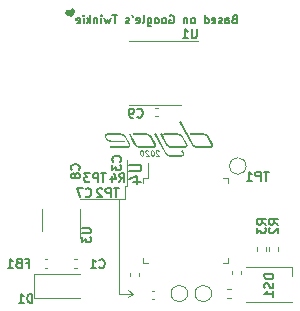
<source format=gbo>
%TF.GenerationSoftware,KiCad,Pcbnew,(5.1.7)-1*%
%TF.CreationDate,2020-11-18T22:53:05+01:00*%
%TF.ProjectId,twonkie,74776f6e-6b69-4652-9e6b-696361645f70,rev?*%
%TF.SameCoordinates,PX448d510PY20b3950*%
%TF.FileFunction,Legend,Bot*%
%TF.FilePolarity,Positive*%
%FSLAX46Y46*%
G04 Gerber Fmt 4.6, Leading zero omitted, Abs format (unit mm)*
G04 Created by KiCad (PCBNEW (5.1.7)-1) date 2020-11-18 22:53:05*
%MOMM*%
%LPD*%
G01*
G04 APERTURE LIST*
%ADD10C,0.127000*%
%ADD11C,0.114300*%
%ADD12C,0.120000*%
%ADD13C,0.100000*%
%ADD14C,0.150000*%
G04 APERTURE END LIST*
D10*
X20026085Y-1030514D02*
X19928114Y-1063171D01*
X19895457Y-1095828D01*
X19862800Y-1161142D01*
X19862800Y-1259114D01*
X19895457Y-1324428D01*
X19928114Y-1357085D01*
X19993428Y-1389742D01*
X20254685Y-1389742D01*
X20254685Y-703942D01*
X20026085Y-703942D01*
X19960771Y-736600D01*
X19928114Y-769257D01*
X19895457Y-834571D01*
X19895457Y-899885D01*
X19928114Y-965200D01*
X19960771Y-997857D01*
X20026085Y-1030514D01*
X20254685Y-1030514D01*
X19274971Y-1389742D02*
X19274971Y-1030514D01*
X19307628Y-965200D01*
X19372942Y-932542D01*
X19503571Y-932542D01*
X19568885Y-965200D01*
X19274971Y-1357085D02*
X19340285Y-1389742D01*
X19503571Y-1389742D01*
X19568885Y-1357085D01*
X19601542Y-1291771D01*
X19601542Y-1226457D01*
X19568885Y-1161142D01*
X19503571Y-1128485D01*
X19340285Y-1128485D01*
X19274971Y-1095828D01*
X18981057Y-1357085D02*
X18915742Y-1389742D01*
X18785114Y-1389742D01*
X18719800Y-1357085D01*
X18687142Y-1291771D01*
X18687142Y-1259114D01*
X18719800Y-1193800D01*
X18785114Y-1161142D01*
X18883085Y-1161142D01*
X18948400Y-1128485D01*
X18981057Y-1063171D01*
X18981057Y-1030514D01*
X18948400Y-965200D01*
X18883085Y-932542D01*
X18785114Y-932542D01*
X18719800Y-965200D01*
X18131971Y-1357085D02*
X18197285Y-1389742D01*
X18327914Y-1389742D01*
X18393228Y-1357085D01*
X18425885Y-1291771D01*
X18425885Y-1030514D01*
X18393228Y-965200D01*
X18327914Y-932542D01*
X18197285Y-932542D01*
X18131971Y-965200D01*
X18099314Y-1030514D01*
X18099314Y-1095828D01*
X18425885Y-1161142D01*
X17511485Y-1389742D02*
X17511485Y-703942D01*
X17511485Y-1357085D02*
X17576800Y-1389742D01*
X17707428Y-1389742D01*
X17772742Y-1357085D01*
X17805400Y-1324428D01*
X17838057Y-1259114D01*
X17838057Y-1063171D01*
X17805400Y-997857D01*
X17772742Y-965200D01*
X17707428Y-932542D01*
X17576800Y-932542D01*
X17511485Y-965200D01*
X16564428Y-1389742D02*
X16629742Y-1357085D01*
X16662400Y-1324428D01*
X16695057Y-1259114D01*
X16695057Y-1063171D01*
X16662400Y-997857D01*
X16629742Y-965200D01*
X16564428Y-932542D01*
X16466457Y-932542D01*
X16401142Y-965200D01*
X16368485Y-997857D01*
X16335828Y-1063171D01*
X16335828Y-1259114D01*
X16368485Y-1324428D01*
X16401142Y-1357085D01*
X16466457Y-1389742D01*
X16564428Y-1389742D01*
X16041914Y-932542D02*
X16041914Y-1389742D01*
X16041914Y-997857D02*
X16009257Y-965200D01*
X15943942Y-932542D01*
X15845971Y-932542D01*
X15780657Y-965200D01*
X15748000Y-1030514D01*
X15748000Y-1389742D01*
X14539685Y-736600D02*
X14605000Y-703942D01*
X14702971Y-703942D01*
X14800942Y-736600D01*
X14866257Y-801914D01*
X14898914Y-867228D01*
X14931571Y-997857D01*
X14931571Y-1095828D01*
X14898914Y-1226457D01*
X14866257Y-1291771D01*
X14800942Y-1357085D01*
X14702971Y-1389742D01*
X14637657Y-1389742D01*
X14539685Y-1357085D01*
X14507028Y-1324428D01*
X14507028Y-1095828D01*
X14637657Y-1095828D01*
X14115142Y-1389742D02*
X14180457Y-1357085D01*
X14213114Y-1324428D01*
X14245771Y-1259114D01*
X14245771Y-1063171D01*
X14213114Y-997857D01*
X14180457Y-965200D01*
X14115142Y-932542D01*
X14017171Y-932542D01*
X13951857Y-965200D01*
X13919200Y-997857D01*
X13886542Y-1063171D01*
X13886542Y-1259114D01*
X13919200Y-1324428D01*
X13951857Y-1357085D01*
X14017171Y-1389742D01*
X14115142Y-1389742D01*
X13494657Y-1389742D02*
X13559971Y-1357085D01*
X13592628Y-1324428D01*
X13625285Y-1259114D01*
X13625285Y-1063171D01*
X13592628Y-997857D01*
X13559971Y-965200D01*
X13494657Y-932542D01*
X13396685Y-932542D01*
X13331371Y-965200D01*
X13298714Y-997857D01*
X13266057Y-1063171D01*
X13266057Y-1259114D01*
X13298714Y-1324428D01*
X13331371Y-1357085D01*
X13396685Y-1389742D01*
X13494657Y-1389742D01*
X12678228Y-932542D02*
X12678228Y-1487714D01*
X12710885Y-1553028D01*
X12743542Y-1585685D01*
X12808857Y-1618342D01*
X12906828Y-1618342D01*
X12972142Y-1585685D01*
X12678228Y-1357085D02*
X12743542Y-1389742D01*
X12874171Y-1389742D01*
X12939485Y-1357085D01*
X12972142Y-1324428D01*
X13004800Y-1259114D01*
X13004800Y-1063171D01*
X12972142Y-997857D01*
X12939485Y-965200D01*
X12874171Y-932542D01*
X12743542Y-932542D01*
X12678228Y-965200D01*
X12253685Y-1389742D02*
X12319000Y-1357085D01*
X12351657Y-1291771D01*
X12351657Y-703942D01*
X11731171Y-1357085D02*
X11796485Y-1389742D01*
X11927114Y-1389742D01*
X11992428Y-1357085D01*
X12025085Y-1291771D01*
X12025085Y-1030514D01*
X11992428Y-965200D01*
X11927114Y-932542D01*
X11796485Y-932542D01*
X11731171Y-965200D01*
X11698514Y-1030514D01*
X11698514Y-1095828D01*
X12025085Y-1161142D01*
X11371942Y-703942D02*
X11437257Y-834571D01*
X11110685Y-1357085D02*
X11045371Y-1389742D01*
X10914742Y-1389742D01*
X10849428Y-1357085D01*
X10816771Y-1291771D01*
X10816771Y-1259114D01*
X10849428Y-1193800D01*
X10914742Y-1161142D01*
X11012714Y-1161142D01*
X11078028Y-1128485D01*
X11110685Y-1063171D01*
X11110685Y-1030514D01*
X11078028Y-965200D01*
X11012714Y-932542D01*
X10914742Y-932542D01*
X10849428Y-965200D01*
X10098314Y-703942D02*
X9706428Y-703942D01*
X9902371Y-1389742D02*
X9902371Y-703942D01*
X9543142Y-932542D02*
X9412514Y-1389742D01*
X9281885Y-1063171D01*
X9151257Y-1389742D01*
X9020628Y-932542D01*
X8759371Y-1389742D02*
X8759371Y-932542D01*
X8759371Y-703942D02*
X8792028Y-736600D01*
X8759371Y-769257D01*
X8726714Y-736600D01*
X8759371Y-703942D01*
X8759371Y-769257D01*
X8432800Y-932542D02*
X8432800Y-1389742D01*
X8432800Y-997857D02*
X8400142Y-965200D01*
X8334828Y-932542D01*
X8236857Y-932542D01*
X8171542Y-965200D01*
X8138885Y-1030514D01*
X8138885Y-1389742D01*
X7812314Y-1389742D02*
X7812314Y-703942D01*
X7747000Y-1128485D02*
X7551057Y-1389742D01*
X7551057Y-932542D02*
X7812314Y-1193800D01*
X7257142Y-1389742D02*
X7257142Y-932542D01*
X7257142Y-703942D02*
X7289800Y-736600D01*
X7257142Y-769257D01*
X7224485Y-736600D01*
X7257142Y-703942D01*
X7257142Y-769257D01*
X6669314Y-1357085D02*
X6734628Y-1389742D01*
X6865257Y-1389742D01*
X6930571Y-1357085D01*
X6963228Y-1291771D01*
X6963228Y-1030514D01*
X6930571Y-965200D01*
X6865257Y-932542D01*
X6734628Y-932542D01*
X6669314Y-965200D01*
X6636657Y-1030514D01*
X6636657Y-1095828D01*
X6963228Y-1161142D01*
D11*
X13608492Y-12175671D02*
X13583999Y-12153900D01*
X13537735Y-12132128D01*
X13428877Y-12132128D01*
X13388056Y-12153900D01*
X13369006Y-12175671D01*
X13352677Y-12219214D01*
X13358120Y-12262757D01*
X13388056Y-12328071D01*
X13681970Y-12589328D01*
X13398942Y-12589328D01*
X13058763Y-12132128D02*
X13015220Y-12132128D01*
X12974399Y-12153900D01*
X12955349Y-12175671D01*
X12939020Y-12219214D01*
X12928135Y-12306300D01*
X12941742Y-12415157D01*
X12974399Y-12502242D01*
X13001613Y-12545785D01*
X13026106Y-12567557D01*
X13072370Y-12589328D01*
X13115913Y-12589328D01*
X13156735Y-12567557D01*
X13175785Y-12545785D01*
X13192113Y-12502242D01*
X13202999Y-12415157D01*
X13189392Y-12306300D01*
X13156735Y-12219214D01*
X13129520Y-12175671D01*
X13105027Y-12153900D01*
X13058763Y-12132128D01*
X12737635Y-12175671D02*
X12713142Y-12153900D01*
X12666877Y-12132128D01*
X12558020Y-12132128D01*
X12517199Y-12153900D01*
X12498149Y-12175671D01*
X12481820Y-12219214D01*
X12487263Y-12262757D01*
X12517199Y-12328071D01*
X12811113Y-12589328D01*
X12528085Y-12589328D01*
X12187906Y-12132128D02*
X12144363Y-12132128D01*
X12103542Y-12153900D01*
X12084492Y-12175671D01*
X12068163Y-12219214D01*
X12057277Y-12306300D01*
X12070885Y-12415157D01*
X12103542Y-12502242D01*
X12130756Y-12545785D01*
X12155249Y-12567557D01*
X12201513Y-12589328D01*
X12245056Y-12589328D01*
X12285877Y-12567557D01*
X12304927Y-12545785D01*
X12321256Y-12502242D01*
X12332142Y-12415157D01*
X12318535Y-12306300D01*
X12285877Y-12219214D01*
X12258663Y-12175671D01*
X12234170Y-12153900D01*
X12187906Y-12132128D01*
D12*
X10922000Y-15113000D02*
X10922000Y-12954000D01*
X10795000Y-15113000D02*
X10922000Y-15113000D01*
X10795000Y-16256000D02*
X10795000Y-15113000D01*
X10287000Y-16256000D02*
X10795000Y-16256000D01*
X6921500Y-16256000D02*
X10287000Y-16256000D01*
X11430000Y-24257000D02*
X10985500Y-24574500D01*
X11430000Y-24257000D02*
X10985500Y-23939500D01*
X10287000Y-24257000D02*
X11430000Y-24257000D01*
X10287000Y-16256000D02*
X10287000Y-24257000D01*
%TO.C,U4*%
X19485000Y-21257500D02*
X19485000Y-21707500D01*
X19485000Y-21707500D02*
X19035000Y-21707500D01*
X19485000Y-14937500D02*
X19485000Y-14487500D01*
X19485000Y-14487500D02*
X19035000Y-14487500D01*
X12265000Y-21257500D02*
X12265000Y-21707500D01*
X12265000Y-21707500D02*
X12715000Y-21707500D01*
X12265000Y-14937500D02*
X12265000Y-14487500D01*
X12265000Y-14487500D02*
X12715000Y-14487500D01*
X12715000Y-14487500D02*
X12715000Y-13197500D01*
D13*
%TO.C,*%
G36*
X6214655Y-854656D02*
G01*
X6162848Y-826408D01*
X6095867Y-796247D01*
X6000165Y-757073D01*
X5945067Y-732814D01*
X5898296Y-709254D01*
X5832708Y-667916D01*
X5782365Y-619780D01*
X5745518Y-562739D01*
X5720420Y-494682D01*
X5709029Y-438621D01*
X5711733Y-394732D01*
X5737260Y-320384D01*
X5783295Y-261733D01*
X5819455Y-233713D01*
X5874070Y-213027D01*
X5931791Y-202942D01*
X5976524Y-210472D01*
X6042799Y-240829D01*
X6088650Y-285422D01*
X6098971Y-303804D01*
X6104103Y-273305D01*
X6123557Y-214196D01*
X6157823Y-166741D01*
X6203376Y-131845D01*
X6256695Y-110414D01*
X6314254Y-103352D01*
X6372533Y-111564D01*
X6428007Y-135957D01*
X6477154Y-177437D01*
X6511603Y-236848D01*
X6534717Y-314976D01*
X6539852Y-389371D01*
X6531242Y-439381D01*
X6513888Y-489573D01*
X6486253Y-542912D01*
X6446797Y-602366D01*
X6393984Y-670903D01*
X6345366Y-735769D01*
X6302124Y-800613D01*
X6270606Y-852956D01*
X6257165Y-880320D01*
X6250621Y-884224D01*
X6214655Y-854656D01*
G37*
%TO.C,dojoe-logo*%
G36*
X15496678Y-12676000D02*
G01*
X15521219Y-12675216D01*
X15545148Y-12672901D01*
X15568391Y-12669114D01*
X15590873Y-12663912D01*
X15612521Y-12657354D01*
X15633263Y-12649495D01*
X15653023Y-12640395D01*
X15671728Y-12630111D01*
X15689306Y-12618701D01*
X15705682Y-12606222D01*
X15720782Y-12592732D01*
X15734533Y-12578289D01*
X15746862Y-12562951D01*
X15757694Y-12546774D01*
X15766956Y-12529818D01*
X15774575Y-12512139D01*
X15780477Y-12493795D01*
X15784588Y-12474844D01*
X15786835Y-12455344D01*
X15787144Y-12435352D01*
X15785441Y-12414926D01*
X15781653Y-12394124D01*
X15775706Y-12373003D01*
X15767527Y-12351622D01*
X15757042Y-12330037D01*
X15754842Y-12326437D01*
X15642047Y-12145876D01*
X15528806Y-12217206D01*
X15639818Y-12394201D01*
X15649218Y-12419611D01*
X15650894Y-12438103D01*
X15648510Y-12456158D01*
X15642179Y-12473422D01*
X15632012Y-12489539D01*
X15618121Y-12504152D01*
X15600619Y-12516906D01*
X15579618Y-12527445D01*
X15555231Y-12535413D01*
X15527569Y-12540455D01*
X15496745Y-12542215D01*
X14660815Y-12542215D01*
X14637042Y-12541282D01*
X14612450Y-12538560D01*
X14587229Y-12534163D01*
X14561568Y-12528207D01*
X14535656Y-12520808D01*
X14509681Y-12512079D01*
X14483834Y-12502135D01*
X14458303Y-12491093D01*
X14433278Y-12479067D01*
X14408947Y-12466172D01*
X14385500Y-12452524D01*
X14363126Y-12438236D01*
X14342013Y-12423425D01*
X14322352Y-12408205D01*
X14304331Y-12392691D01*
X14288140Y-12376998D01*
X14273967Y-12361242D01*
X14262003Y-12345538D01*
X14252435Y-12330000D01*
X13359438Y-10664828D01*
X13241740Y-10728138D01*
X14134737Y-12393309D01*
X14145209Y-12411196D01*
X14157300Y-12428876D01*
X14170916Y-12446304D01*
X14185958Y-12463437D01*
X14202332Y-12480228D01*
X14219939Y-12496634D01*
X14238685Y-12512611D01*
X14258472Y-12528113D01*
X14279204Y-12543097D01*
X14300785Y-12557517D01*
X14323118Y-12571330D01*
X14346108Y-12584490D01*
X14369657Y-12596954D01*
X14393669Y-12608676D01*
X14418049Y-12619612D01*
X14442698Y-12629718D01*
X14467522Y-12638950D01*
X14492424Y-12647262D01*
X14517307Y-12654610D01*
X14542074Y-12660949D01*
X14566631Y-12666236D01*
X14590879Y-12670426D01*
X14614724Y-12673473D01*
X14638068Y-12675335D01*
X14660815Y-12675965D01*
X15496678Y-12676000D01*
G37*
G36*
X15772200Y-11942611D02*
G01*
X15798897Y-11941701D01*
X15824936Y-11938998D01*
X15850210Y-11934544D01*
X15874612Y-11928383D01*
X15898035Y-11920555D01*
X15920373Y-11911104D01*
X15941519Y-11900070D01*
X15961367Y-11887497D01*
X15979810Y-11873427D01*
X15996742Y-11857901D01*
X16012056Y-11840962D01*
X16026030Y-11821926D01*
X16037758Y-11801872D01*
X16047179Y-11780930D01*
X16054237Y-11759231D01*
X16058873Y-11736904D01*
X16061028Y-11714081D01*
X16060645Y-11690893D01*
X16057666Y-11667469D01*
X16052032Y-11643941D01*
X16043684Y-11620439D01*
X16032566Y-11597093D01*
X15701314Y-10979174D01*
X15690845Y-10961287D01*
X15678759Y-10943607D01*
X15665154Y-10926179D01*
X15650124Y-10909047D01*
X15633765Y-10892255D01*
X15616174Y-10875849D01*
X15597445Y-10859873D01*
X15577676Y-10844371D01*
X15556961Y-10829387D01*
X15535398Y-10814967D01*
X15513081Y-10801154D01*
X15490106Y-10787994D01*
X15466570Y-10775530D01*
X15442569Y-10763808D01*
X15418197Y-10752872D01*
X15393551Y-10742766D01*
X15368728Y-10733534D01*
X15343822Y-10725222D01*
X15318930Y-10717874D01*
X15294148Y-10711535D01*
X15269571Y-10706248D01*
X15245295Y-10702058D01*
X15221417Y-10699011D01*
X15198032Y-10697149D01*
X15175236Y-10696519D01*
X14105246Y-10696519D01*
X14105246Y-10830267D01*
X15175236Y-10830267D01*
X15199008Y-10831200D01*
X15223600Y-10833922D01*
X15248820Y-10838319D01*
X15274482Y-10844275D01*
X15300394Y-10851674D01*
X15326368Y-10860403D01*
X15352215Y-10870347D01*
X15377746Y-10881389D01*
X15402772Y-10893415D01*
X15427103Y-10906310D01*
X15450550Y-10919958D01*
X15472924Y-10934246D01*
X15494036Y-10949057D01*
X15513697Y-10964277D01*
X15531718Y-10979791D01*
X15547909Y-10995484D01*
X15562082Y-11011240D01*
X15574047Y-11026944D01*
X15583615Y-11042482D01*
X15914867Y-11660402D01*
X15924061Y-11682481D01*
X15927431Y-11703192D01*
X15925573Y-11722448D01*
X15919086Y-11740164D01*
X15908567Y-11756252D01*
X15895271Y-11769746D01*
X15878149Y-11782176D01*
X15857239Y-11792922D01*
X15832576Y-11801365D01*
X15804198Y-11806884D01*
X15772143Y-11808862D01*
X14769027Y-11808862D01*
X14745254Y-11807933D01*
X14720662Y-11805220D01*
X14695442Y-11800840D01*
X14669780Y-11794905D01*
X14643868Y-11787531D01*
X14617894Y-11778831D01*
X14592047Y-11768919D01*
X14566516Y-11757911D01*
X14541490Y-11745919D01*
X14517159Y-11733060D01*
X14493712Y-11719446D01*
X14471338Y-11705192D01*
X14450226Y-11690412D01*
X14430565Y-11675221D01*
X14412544Y-11659732D01*
X14396353Y-11644061D01*
X14382180Y-11628321D01*
X14370215Y-11612627D01*
X14360648Y-11597093D01*
X13865331Y-10672889D01*
X13747187Y-10736199D01*
X14242949Y-11660404D01*
X14253421Y-11678289D01*
X14265512Y-11695963D01*
X14279128Y-11713381D01*
X14294170Y-11730501D01*
X14310544Y-11747276D01*
X14328151Y-11763664D01*
X14346897Y-11779620D01*
X14366684Y-11795100D01*
X14387416Y-11810059D01*
X14408997Y-11824454D01*
X14431330Y-11838241D01*
X14454320Y-11851374D01*
X14477869Y-11863811D01*
X14501881Y-11875507D01*
X14526261Y-11886417D01*
X14550910Y-11896498D01*
X14575734Y-11905705D01*
X14600636Y-11913995D01*
X14625519Y-11921322D01*
X14650286Y-11927644D01*
X14674843Y-11932915D01*
X14699091Y-11937092D01*
X14722936Y-11940130D01*
X14746280Y-11941985D01*
X14769027Y-11942613D01*
X15772200Y-11942611D01*
G37*
G36*
X13097224Y-11942611D02*
G01*
X13123922Y-11941701D01*
X13149961Y-11938998D01*
X13175235Y-11934544D01*
X13199637Y-11928383D01*
X13223060Y-11920555D01*
X13245398Y-11911104D01*
X13266544Y-11900070D01*
X13286392Y-11887497D01*
X13304835Y-11873427D01*
X13321767Y-11857901D01*
X13337080Y-11840962D01*
X13351053Y-11821926D01*
X13362779Y-11801872D01*
X13372200Y-11780930D01*
X13379258Y-11759231D01*
X13383894Y-11736904D01*
X13386050Y-11714081D01*
X13385668Y-11690893D01*
X13382689Y-11667469D01*
X13377056Y-11643941D01*
X13368709Y-11620439D01*
X13357590Y-11597093D01*
X13026339Y-10979174D01*
X13015869Y-10961287D01*
X13003783Y-10943607D01*
X12990177Y-10926179D01*
X12975146Y-10909047D01*
X12958787Y-10892255D01*
X12941195Y-10875849D01*
X12922467Y-10859873D01*
X12902697Y-10844371D01*
X12881983Y-10829387D01*
X12860419Y-10814967D01*
X12838102Y-10801154D01*
X12815128Y-10787994D01*
X12791592Y-10775530D01*
X12767591Y-10763808D01*
X12743219Y-10752872D01*
X12718574Y-10742766D01*
X12693751Y-10733534D01*
X12668846Y-10725222D01*
X12643954Y-10717874D01*
X12619172Y-10711535D01*
X12594595Y-10706248D01*
X12570320Y-10702058D01*
X12546442Y-10699011D01*
X12523057Y-10697149D01*
X12500260Y-10696519D01*
X11430267Y-10696519D01*
X11430267Y-10830267D01*
X12500257Y-10830267D01*
X12524030Y-10831200D01*
X12548622Y-10833922D01*
X12573842Y-10838319D01*
X12599504Y-10844275D01*
X12625416Y-10851674D01*
X12651390Y-10860403D01*
X12677237Y-10870347D01*
X12702768Y-10881389D01*
X12727794Y-10893415D01*
X12752125Y-10906310D01*
X12775572Y-10919958D01*
X12797946Y-10934246D01*
X12819058Y-10949057D01*
X12838719Y-10964277D01*
X12856740Y-10979791D01*
X12872931Y-10995484D01*
X12887104Y-11011240D01*
X12899069Y-11026944D01*
X12908636Y-11042482D01*
X13239888Y-11660402D01*
X13249079Y-11682481D01*
X13252448Y-11703192D01*
X13250592Y-11722448D01*
X13244107Y-11740164D01*
X13233588Y-11756252D01*
X13220296Y-11769746D01*
X13203176Y-11782176D01*
X13182264Y-11792922D01*
X13157600Y-11801365D01*
X13129221Y-11806884D01*
X13097165Y-11808862D01*
X12094049Y-11808862D01*
X12070277Y-11807933D01*
X12045685Y-11805220D01*
X12020464Y-11800840D01*
X11994803Y-11794905D01*
X11968891Y-11787531D01*
X11942916Y-11778831D01*
X11917069Y-11768919D01*
X11891538Y-11757911D01*
X11866513Y-11745919D01*
X11842182Y-11733060D01*
X11818735Y-11719446D01*
X11796361Y-11705192D01*
X11775248Y-11690412D01*
X11755587Y-11675221D01*
X11737566Y-11659732D01*
X11721375Y-11644061D01*
X11707202Y-11628321D01*
X11695238Y-11612627D01*
X11685669Y-11597093D01*
X11190353Y-10672889D01*
X11072208Y-10736199D01*
X11567970Y-11660404D01*
X11578443Y-11678289D01*
X11590534Y-11695963D01*
X11604150Y-11713381D01*
X11619192Y-11730501D01*
X11635566Y-11747276D01*
X11653173Y-11763664D01*
X11671919Y-11779620D01*
X11691706Y-11795100D01*
X11712438Y-11810059D01*
X11734019Y-11824454D01*
X11756353Y-11838241D01*
X11779342Y-11851374D01*
X11802891Y-11863811D01*
X11826904Y-11875507D01*
X11851283Y-11886417D01*
X11875933Y-11896498D01*
X11900756Y-11905705D01*
X11925658Y-11913995D01*
X11950541Y-11921322D01*
X11975309Y-11927644D01*
X11999865Y-11932915D01*
X12024114Y-11937092D01*
X12047959Y-11940130D01*
X12071303Y-11941985D01*
X12094049Y-11942613D01*
X13097224Y-11942611D01*
G37*
G36*
X10923806Y-11942611D02*
G01*
X10950504Y-11941701D01*
X10976544Y-11938998D01*
X11001817Y-11934544D01*
X11026219Y-11928383D01*
X11049642Y-11920555D01*
X11071980Y-11911104D01*
X11093127Y-11900070D01*
X11112975Y-11887497D01*
X11131418Y-11873427D01*
X11148350Y-11857901D01*
X11163663Y-11840962D01*
X11177636Y-11821926D01*
X11189362Y-11801872D01*
X11198783Y-11780930D01*
X11205840Y-11759231D01*
X11210476Y-11736904D01*
X11212631Y-11714081D01*
X11212248Y-11690893D01*
X11209268Y-11667469D01*
X11203633Y-11643941D01*
X11195284Y-11620439D01*
X11184163Y-11597093D01*
X10852912Y-10979174D01*
X10842444Y-10961287D01*
X10830358Y-10943607D01*
X10816753Y-10926179D01*
X10801723Y-10909047D01*
X10785364Y-10892255D01*
X10767773Y-10875849D01*
X10749044Y-10859873D01*
X10729275Y-10844371D01*
X10708560Y-10829387D01*
X10686997Y-10814967D01*
X10664680Y-10801154D01*
X10641705Y-10787994D01*
X10618169Y-10775530D01*
X10594167Y-10763808D01*
X10569796Y-10752872D01*
X10545150Y-10742766D01*
X10520327Y-10733534D01*
X10495421Y-10725222D01*
X10470529Y-10717874D01*
X10445746Y-10711535D01*
X10421169Y-10706248D01*
X10396894Y-10702058D01*
X10373015Y-10699011D01*
X10349630Y-10697149D01*
X10326833Y-10696519D01*
X9323718Y-10696519D01*
X9297018Y-10697430D01*
X9270978Y-10700135D01*
X9245703Y-10704595D01*
X9221302Y-10710768D01*
X9197879Y-10718616D01*
X9175541Y-10728098D01*
X9154396Y-10739174D01*
X9134549Y-10751804D01*
X9116106Y-10765947D01*
X9099175Y-10781563D01*
X9083861Y-10798613D01*
X9069889Y-10817537D01*
X9058163Y-10837502D01*
X9048742Y-10858378D01*
X9041685Y-10880033D01*
X9037049Y-10902338D01*
X9034894Y-10925161D01*
X9035277Y-10948372D01*
X9038257Y-10971840D01*
X9043892Y-10995435D01*
X9052241Y-11019026D01*
X9063361Y-11042482D01*
X9129341Y-11165977D01*
X9139862Y-11183862D01*
X9151995Y-11201536D01*
X9165644Y-11218954D01*
X9180712Y-11236074D01*
X9197106Y-11252849D01*
X9214727Y-11269237D01*
X9233481Y-11285193D01*
X9253272Y-11300673D01*
X9274004Y-11315633D01*
X9295580Y-11330028D01*
X9317906Y-11343814D01*
X9340884Y-11356948D01*
X9364420Y-11369385D01*
X9388417Y-11381080D01*
X9412780Y-11391991D01*
X9437413Y-11402072D01*
X9462219Y-11411279D01*
X9487103Y-11419569D01*
X9511969Y-11426896D01*
X9536722Y-11433218D01*
X9561264Y-11438489D01*
X9585501Y-11442666D01*
X9609337Y-11445704D01*
X9632675Y-11447559D01*
X9655419Y-11448187D01*
X10725409Y-11448187D01*
X10725409Y-11314438D01*
X9655419Y-11314438D01*
X9631647Y-11313509D01*
X9607056Y-11310796D01*
X9581836Y-11306416D01*
X9556178Y-11300481D01*
X9530269Y-11293107D01*
X9504301Y-11284407D01*
X9478462Y-11274495D01*
X9452942Y-11263487D01*
X9427931Y-11251496D01*
X9403618Y-11238636D01*
X9380192Y-11225022D01*
X9357844Y-11210768D01*
X9336762Y-11195988D01*
X9317137Y-11180797D01*
X9299157Y-11165309D01*
X9283012Y-11149638D01*
X9268893Y-11133898D01*
X9256988Y-11118203D01*
X9247486Y-11102669D01*
X9181056Y-10979174D01*
X9171861Y-10956880D01*
X9168490Y-10936063D01*
X9170346Y-10916808D01*
X9176833Y-10899200D01*
X9187356Y-10883324D01*
X9200652Y-10869640D01*
X9217774Y-10857083D01*
X9238684Y-10846260D01*
X9263347Y-10837778D01*
X9291724Y-10832244D01*
X9323779Y-10830264D01*
X10326895Y-10830264D01*
X10350668Y-10831197D01*
X10375260Y-10833919D01*
X10400480Y-10838316D01*
X10426142Y-10844272D01*
X10452054Y-10851671D01*
X10478028Y-10860400D01*
X10503875Y-10870343D01*
X10529406Y-10881385D01*
X10554432Y-10893411D01*
X10578763Y-10906306D01*
X10602210Y-10919955D01*
X10624584Y-10934243D01*
X10645697Y-10949054D01*
X10665358Y-10964274D01*
X10683378Y-10979788D01*
X10699570Y-10995480D01*
X10713743Y-11011236D01*
X10725707Y-11026940D01*
X10735275Y-11042478D01*
X11066525Y-11660398D01*
X11075720Y-11682477D01*
X11079089Y-11703188D01*
X11077232Y-11722444D01*
X11070745Y-11740160D01*
X11060225Y-11756248D01*
X11046933Y-11769742D01*
X11029813Y-11782172D01*
X11008901Y-11792918D01*
X10984237Y-11801361D01*
X10955858Y-11806880D01*
X10923801Y-11808858D01*
X9519439Y-11808858D01*
X9519439Y-11942607D01*
X10923806Y-11942611D01*
G37*
G36*
X17930013Y-11934125D02*
G01*
X17954554Y-11933343D01*
X17978483Y-11931034D01*
X18001726Y-11927257D01*
X18024208Y-11922068D01*
X18045857Y-11915525D01*
X18066598Y-11907685D01*
X18086359Y-11898606D01*
X18105064Y-11888344D01*
X18122642Y-11876958D01*
X18139018Y-11864504D01*
X18154118Y-11851041D01*
X18167869Y-11836624D01*
X18180198Y-11821312D01*
X18191030Y-11805162D01*
X18200293Y-11788232D01*
X18207912Y-11770578D01*
X18213813Y-11752258D01*
X18217924Y-11733330D01*
X18220171Y-11713850D01*
X18220480Y-11693877D01*
X18218777Y-11673467D01*
X18214989Y-11652677D01*
X18209042Y-11631566D01*
X18200863Y-11610191D01*
X18190378Y-11588608D01*
X17859126Y-10970688D01*
X17848653Y-10952803D01*
X17836556Y-10935129D01*
X17822933Y-10917710D01*
X17807880Y-10900591D01*
X17791495Y-10883815D01*
X17773875Y-10867428D01*
X17755116Y-10851472D01*
X17735316Y-10835992D01*
X17714573Y-10821032D01*
X17692982Y-10806637D01*
X17670641Y-10792851D01*
X17647647Y-10779717D01*
X17624098Y-10767280D01*
X17600090Y-10755585D01*
X17575720Y-10744674D01*
X17551086Y-10734594D01*
X17526285Y-10725386D01*
X17501413Y-10717097D01*
X17476567Y-10709769D01*
X17451846Y-10703448D01*
X17427345Y-10698177D01*
X17403163Y-10694000D01*
X17379395Y-10690962D01*
X17356140Y-10689107D01*
X17333494Y-10688479D01*
X16263504Y-10688479D01*
X16263504Y-10822227D01*
X17333494Y-10822227D01*
X17357203Y-10823160D01*
X17381744Y-10825882D01*
X17406927Y-10830277D01*
X17432560Y-10836230D01*
X17458452Y-10843626D01*
X17484414Y-10852349D01*
X17510254Y-10862284D01*
X17535782Y-10873315D01*
X17560806Y-10885327D01*
X17585137Y-10898204D01*
X17608583Y-10911832D01*
X17630954Y-10926094D01*
X17652060Y-10940874D01*
X17671708Y-10956059D01*
X17689709Y-10971532D01*
X17705872Y-10987177D01*
X17720007Y-11002880D01*
X17731922Y-11018525D01*
X17741427Y-11033996D01*
X18072679Y-11651915D01*
X18080250Y-11669446D01*
X18084248Y-11687061D01*
X18084682Y-11704454D01*
X18081563Y-11721316D01*
X18074903Y-11737343D01*
X18064712Y-11752227D01*
X18051000Y-11765663D01*
X18033778Y-11777342D01*
X18013058Y-11786960D01*
X17988850Y-11794210D01*
X17961164Y-11798784D01*
X17930013Y-11800377D01*
X16926897Y-11800377D01*
X16903120Y-11799444D01*
X16878519Y-11796722D01*
X16853284Y-11792327D01*
X16827604Y-11786373D01*
X16801670Y-11778978D01*
X16775673Y-11770254D01*
X16749802Y-11760320D01*
X16724249Y-11749288D01*
X16699203Y-11737276D01*
X16674854Y-11724399D01*
X16651394Y-11710772D01*
X16629012Y-11696510D01*
X16607898Y-11681729D01*
X16588244Y-11666545D01*
X16570239Y-11651072D01*
X16554073Y-11635426D01*
X16539938Y-11619724D01*
X16528022Y-11604079D01*
X16518518Y-11588608D01*
X15492665Y-9676000D01*
X15374966Y-9739310D01*
X16400819Y-11651918D01*
X16411293Y-11669803D01*
X16423390Y-11687477D01*
X16437015Y-11704896D01*
X16452069Y-11722015D01*
X16468456Y-11738791D01*
X16486080Y-11755179D01*
X16504842Y-11771135D01*
X16524647Y-11786614D01*
X16545397Y-11801574D01*
X16566995Y-11815969D01*
X16589345Y-11829756D01*
X16612350Y-11842889D01*
X16635913Y-11855326D01*
X16659936Y-11867022D01*
X16684323Y-11877932D01*
X16708978Y-11888013D01*
X16733802Y-11897220D01*
X16758700Y-11905510D01*
X16783574Y-11912837D01*
X16808328Y-11919159D01*
X16832864Y-11924430D01*
X16857086Y-11928607D01*
X16880896Y-11931645D01*
X16904199Y-11933500D01*
X16926897Y-11934128D01*
X17930013Y-11934125D01*
G37*
D12*
%TO.C,TP1*%
X21020000Y-13462000D02*
G75*
G03*
X21020000Y-13462000I-700000J0D01*
G01*
%TO.C,TP2*%
X18099000Y-24257000D02*
G75*
G03*
X18099000Y-24257000I-700000J0D01*
G01*
%TO.C,TP3*%
X16067000Y-24257000D02*
G75*
G03*
X16067000Y-24257000I-700000J0D01*
G01*
%TO.C,C9*%
X13346165Y-9250000D02*
X13577835Y-9250000D01*
X13346165Y-8530000D02*
X13577835Y-8530000D01*
%TO.C,U1*%
X13335000Y-2853000D02*
X16935000Y-2853000D01*
X13335000Y-2853000D02*
X11135000Y-2853000D01*
X13335000Y-8323000D02*
X15535000Y-8323000D01*
X13335000Y-8323000D02*
X11135000Y-8323000D01*
%TO.C,U3*%
X3724000Y-18934000D02*
X3724000Y-17134000D01*
X6944000Y-17134000D02*
X6944000Y-19584000D01*
%TO.C,R4*%
X19725621Y-23877000D02*
X19390379Y-23877000D01*
X19725621Y-24637000D02*
X19390379Y-24637000D01*
%TO.C,R3*%
X22732000Y-20614621D02*
X22732000Y-20279379D01*
X21972000Y-20614621D02*
X21972000Y-20279379D01*
%TO.C,R2*%
X23748000Y-20614621D02*
X23748000Y-20279379D01*
X22988000Y-20614621D02*
X22988000Y-20279379D01*
%TO.C,FB1*%
X4164200Y-21357000D02*
X3963800Y-21357000D01*
X4164200Y-22077000D02*
X3963800Y-22077000D01*
%TO.C,DS1*%
X24937000Y-22795000D02*
X24937000Y-21995000D01*
X24937000Y-21995000D02*
X21037000Y-21995000D01*
X24937000Y-24995000D02*
X21037000Y-24995000D01*
%TO.C,D1*%
X3084000Y-24622000D02*
X3084000Y-22622000D01*
X3084000Y-22622000D02*
X6984000Y-22622000D01*
X3084000Y-24622000D02*
X6984000Y-24622000D01*
%TO.C,C8*%
X11197000Y-22553665D02*
X11197000Y-22785335D01*
X11917000Y-22553665D02*
X11917000Y-22785335D01*
%TO.C,C7*%
X13260335Y-24024000D02*
X13028665Y-24024000D01*
X13260335Y-24744000D02*
X13028665Y-24744000D01*
%TO.C,C3*%
X19833000Y-22363165D02*
X19833000Y-22594835D01*
X20553000Y-22363165D02*
X20553000Y-22594835D01*
%TO.C,C1*%
X6488165Y-22077000D02*
X6719835Y-22077000D01*
X6488165Y-21357000D02*
X6719835Y-21357000D01*
%TO.C,U4*%
D14*
X11136380Y-13335095D02*
X11945904Y-13335095D01*
X12041142Y-13382714D01*
X12088761Y-13430333D01*
X12136380Y-13525571D01*
X12136380Y-13716047D01*
X12088761Y-13811285D01*
X12041142Y-13858904D01*
X11945904Y-13906523D01*
X11136380Y-13906523D01*
X11469714Y-14811285D02*
X12136380Y-14811285D01*
X11088761Y-14573190D02*
X11803047Y-14335095D01*
X11803047Y-14954142D01*
%TO.C,TP1*%
D10*
X22932571Y-13933714D02*
X22497142Y-13933714D01*
X22714857Y-14695714D02*
X22714857Y-13933714D01*
X22243142Y-14695714D02*
X22243142Y-13933714D01*
X21952857Y-13933714D01*
X21880285Y-13970000D01*
X21844000Y-14006285D01*
X21807714Y-14078857D01*
X21807714Y-14187714D01*
X21844000Y-14260285D01*
X21880285Y-14296571D01*
X21952857Y-14332857D01*
X22243142Y-14332857D01*
X21082000Y-14695714D02*
X21517428Y-14695714D01*
X21299714Y-14695714D02*
X21299714Y-13933714D01*
X21372285Y-14042571D01*
X21444857Y-14115142D01*
X21517428Y-14151428D01*
%TO.C,TP2*%
X10232571Y-15330714D02*
X9797142Y-15330714D01*
X10014857Y-16092714D02*
X10014857Y-15330714D01*
X9543142Y-16092714D02*
X9543142Y-15330714D01*
X9252857Y-15330714D01*
X9180285Y-15367000D01*
X9144000Y-15403285D01*
X9107714Y-15475857D01*
X9107714Y-15584714D01*
X9144000Y-15657285D01*
X9180285Y-15693571D01*
X9252857Y-15729857D01*
X9543142Y-15729857D01*
X8817428Y-15403285D02*
X8781142Y-15367000D01*
X8708571Y-15330714D01*
X8527142Y-15330714D01*
X8454571Y-15367000D01*
X8418285Y-15403285D01*
X8382000Y-15475857D01*
X8382000Y-15548428D01*
X8418285Y-15657285D01*
X8853714Y-16092714D01*
X8382000Y-16092714D01*
%TO.C,TP3*%
X9153071Y-14060714D02*
X8717642Y-14060714D01*
X8935357Y-14822714D02*
X8935357Y-14060714D01*
X8463642Y-14822714D02*
X8463642Y-14060714D01*
X8173357Y-14060714D01*
X8100785Y-14097000D01*
X8064500Y-14133285D01*
X8028214Y-14205857D01*
X8028214Y-14314714D01*
X8064500Y-14387285D01*
X8100785Y-14423571D01*
X8173357Y-14459857D01*
X8463642Y-14459857D01*
X7774214Y-14060714D02*
X7302500Y-14060714D01*
X7556500Y-14351000D01*
X7447642Y-14351000D01*
X7375071Y-14387285D01*
X7338785Y-14423571D01*
X7302500Y-14496142D01*
X7302500Y-14677571D01*
X7338785Y-14750142D01*
X7375071Y-14786428D01*
X7447642Y-14822714D01*
X7665357Y-14822714D01*
X7737928Y-14786428D01*
X7774214Y-14750142D01*
%TO.C,C9*%
X11811000Y-9289142D02*
X11847285Y-9325428D01*
X11956142Y-9361714D01*
X12028714Y-9361714D01*
X12137571Y-9325428D01*
X12210142Y-9252857D01*
X12246428Y-9180285D01*
X12282714Y-9035142D01*
X12282714Y-8926285D01*
X12246428Y-8781142D01*
X12210142Y-8708571D01*
X12137571Y-8636000D01*
X12028714Y-8599714D01*
X11956142Y-8599714D01*
X11847285Y-8636000D01*
X11811000Y-8672285D01*
X11448142Y-9361714D02*
X11303000Y-9361714D01*
X11230428Y-9325428D01*
X11194142Y-9289142D01*
X11121571Y-9180285D01*
X11085285Y-9035142D01*
X11085285Y-8744857D01*
X11121571Y-8672285D01*
X11157857Y-8636000D01*
X11230428Y-8599714D01*
X11375571Y-8599714D01*
X11448142Y-8636000D01*
X11484428Y-8672285D01*
X11520714Y-8744857D01*
X11520714Y-8926285D01*
X11484428Y-8998857D01*
X11448142Y-9035142D01*
X11375571Y-9071428D01*
X11230428Y-9071428D01*
X11157857Y-9035142D01*
X11121571Y-8998857D01*
X11085285Y-8926285D01*
%TO.C,U1*%
X16836571Y-1868714D02*
X16836571Y-2485571D01*
X16800285Y-2558142D01*
X16764000Y-2594428D01*
X16691428Y-2630714D01*
X16546285Y-2630714D01*
X16473714Y-2594428D01*
X16437428Y-2558142D01*
X16401142Y-2485571D01*
X16401142Y-1868714D01*
X15639142Y-2630714D02*
X16074571Y-2630714D01*
X15856857Y-2630714D02*
X15856857Y-1868714D01*
X15929428Y-1977571D01*
X16002000Y-2050142D01*
X16074571Y-2086428D01*
%TO.C,U3*%
X7139214Y-18723428D02*
X7756071Y-18723428D01*
X7828642Y-18759714D01*
X7864928Y-18796000D01*
X7901214Y-18868571D01*
X7901214Y-19013714D01*
X7864928Y-19086285D01*
X7828642Y-19122571D01*
X7756071Y-19158857D01*
X7139214Y-19158857D01*
X7139214Y-19449142D02*
X7139214Y-19920857D01*
X7429500Y-19666857D01*
X7429500Y-19775714D01*
X7465785Y-19848285D01*
X7502071Y-19884571D01*
X7574642Y-19920857D01*
X7756071Y-19920857D01*
X7828642Y-19884571D01*
X7864928Y-19848285D01*
X7901214Y-19775714D01*
X7901214Y-19558000D01*
X7864928Y-19485428D01*
X7828642Y-19449142D01*
%TO.C,R4*%
X10287000Y-14822714D02*
X10541000Y-14459857D01*
X10722428Y-14822714D02*
X10722428Y-14060714D01*
X10432142Y-14060714D01*
X10359571Y-14097000D01*
X10323285Y-14133285D01*
X10287000Y-14205857D01*
X10287000Y-14314714D01*
X10323285Y-14387285D01*
X10359571Y-14423571D01*
X10432142Y-14459857D01*
X10722428Y-14459857D01*
X9633857Y-14314714D02*
X9633857Y-14822714D01*
X9815285Y-14024428D02*
X9996714Y-14568714D01*
X9525000Y-14568714D01*
%TO.C,R3*%
X22696714Y-18415000D02*
X22333857Y-18161000D01*
X22696714Y-17979571D02*
X21934714Y-17979571D01*
X21934714Y-18269857D01*
X21971000Y-18342428D01*
X22007285Y-18378714D01*
X22079857Y-18415000D01*
X22188714Y-18415000D01*
X22261285Y-18378714D01*
X22297571Y-18342428D01*
X22333857Y-18269857D01*
X22333857Y-17979571D01*
X21934714Y-18669000D02*
X21934714Y-19140714D01*
X22225000Y-18886714D01*
X22225000Y-18995571D01*
X22261285Y-19068142D01*
X22297571Y-19104428D01*
X22370142Y-19140714D01*
X22551571Y-19140714D01*
X22624142Y-19104428D01*
X22660428Y-19068142D01*
X22696714Y-18995571D01*
X22696714Y-18777857D01*
X22660428Y-18705285D01*
X22624142Y-18669000D01*
%TO.C,R2*%
X23712714Y-18415000D02*
X23349857Y-18161000D01*
X23712714Y-17979571D02*
X22950714Y-17979571D01*
X22950714Y-18269857D01*
X22987000Y-18342428D01*
X23023285Y-18378714D01*
X23095857Y-18415000D01*
X23204714Y-18415000D01*
X23277285Y-18378714D01*
X23313571Y-18342428D01*
X23349857Y-18269857D01*
X23349857Y-17979571D01*
X23023285Y-18705285D02*
X22987000Y-18741571D01*
X22950714Y-18814142D01*
X22950714Y-18995571D01*
X22987000Y-19068142D01*
X23023285Y-19104428D01*
X23095857Y-19140714D01*
X23168428Y-19140714D01*
X23277285Y-19104428D01*
X23712714Y-18669000D01*
X23712714Y-19140714D01*
%TO.C,FB1*%
X2413000Y-21662571D02*
X2667000Y-21662571D01*
X2667000Y-22061714D02*
X2667000Y-21299714D01*
X2304142Y-21299714D01*
X1759857Y-21662571D02*
X1651000Y-21698857D01*
X1614714Y-21735142D01*
X1578428Y-21807714D01*
X1578428Y-21916571D01*
X1614714Y-21989142D01*
X1651000Y-22025428D01*
X1723571Y-22061714D01*
X2013857Y-22061714D01*
X2013857Y-21299714D01*
X1759857Y-21299714D01*
X1687285Y-21336000D01*
X1651000Y-21372285D01*
X1614714Y-21444857D01*
X1614714Y-21517428D01*
X1651000Y-21590000D01*
X1687285Y-21626285D01*
X1759857Y-21662571D01*
X2013857Y-21662571D01*
X852714Y-22061714D02*
X1288142Y-22061714D01*
X1070428Y-22061714D02*
X1070428Y-21299714D01*
X1143000Y-21408571D01*
X1215571Y-21481142D01*
X1288142Y-21517428D01*
%TO.C,DS1*%
X23331714Y-22633214D02*
X22569714Y-22633214D01*
X22569714Y-22814642D01*
X22606000Y-22923500D01*
X22678571Y-22996071D01*
X22751142Y-23032357D01*
X22896285Y-23068642D01*
X23005142Y-23068642D01*
X23150285Y-23032357D01*
X23222857Y-22996071D01*
X23295428Y-22923500D01*
X23331714Y-22814642D01*
X23331714Y-22633214D01*
X23295428Y-23358928D02*
X23331714Y-23467785D01*
X23331714Y-23649214D01*
X23295428Y-23721785D01*
X23259142Y-23758071D01*
X23186571Y-23794357D01*
X23114000Y-23794357D01*
X23041428Y-23758071D01*
X23005142Y-23721785D01*
X22968857Y-23649214D01*
X22932571Y-23504071D01*
X22896285Y-23431500D01*
X22860000Y-23395214D01*
X22787428Y-23358928D01*
X22714857Y-23358928D01*
X22642285Y-23395214D01*
X22606000Y-23431500D01*
X22569714Y-23504071D01*
X22569714Y-23685500D01*
X22606000Y-23794357D01*
X23331714Y-24520071D02*
X23331714Y-24084642D01*
X23331714Y-24302357D02*
X22569714Y-24302357D01*
X22678571Y-24229785D01*
X22751142Y-24157214D01*
X22787428Y-24084642D01*
%TO.C,D1*%
X2911928Y-25046214D02*
X2911928Y-24284214D01*
X2730500Y-24284214D01*
X2621642Y-24320500D01*
X2549071Y-24393071D01*
X2512785Y-24465642D01*
X2476500Y-24610785D01*
X2476500Y-24719642D01*
X2512785Y-24864785D01*
X2549071Y-24937357D01*
X2621642Y-25009928D01*
X2730500Y-25046214D01*
X2911928Y-25046214D01*
X1750785Y-25046214D02*
X2186214Y-25046214D01*
X1968500Y-25046214D02*
X1968500Y-24284214D01*
X2041071Y-24393071D01*
X2113642Y-24465642D01*
X2186214Y-24501928D01*
%TO.C,C8*%
X6876142Y-13779500D02*
X6912428Y-13743214D01*
X6948714Y-13634357D01*
X6948714Y-13561785D01*
X6912428Y-13452928D01*
X6839857Y-13380357D01*
X6767285Y-13344071D01*
X6622142Y-13307785D01*
X6513285Y-13307785D01*
X6368142Y-13344071D01*
X6295571Y-13380357D01*
X6223000Y-13452928D01*
X6186714Y-13561785D01*
X6186714Y-13634357D01*
X6223000Y-13743214D01*
X6259285Y-13779500D01*
X6513285Y-14214928D02*
X6477000Y-14142357D01*
X6440714Y-14106071D01*
X6368142Y-14069785D01*
X6331857Y-14069785D01*
X6259285Y-14106071D01*
X6223000Y-14142357D01*
X6186714Y-14214928D01*
X6186714Y-14360071D01*
X6223000Y-14432642D01*
X6259285Y-14468928D01*
X6331857Y-14505214D01*
X6368142Y-14505214D01*
X6440714Y-14468928D01*
X6477000Y-14432642D01*
X6513285Y-14360071D01*
X6513285Y-14214928D01*
X6549571Y-14142357D01*
X6585857Y-14106071D01*
X6658428Y-14069785D01*
X6803571Y-14069785D01*
X6876142Y-14106071D01*
X6912428Y-14142357D01*
X6948714Y-14214928D01*
X6948714Y-14360071D01*
X6912428Y-14432642D01*
X6876142Y-14468928D01*
X6803571Y-14505214D01*
X6658428Y-14505214D01*
X6585857Y-14468928D01*
X6549571Y-14432642D01*
X6513285Y-14360071D01*
%TO.C,C7*%
X7429500Y-16020142D02*
X7465785Y-16056428D01*
X7574642Y-16092714D01*
X7647214Y-16092714D01*
X7756071Y-16056428D01*
X7828642Y-15983857D01*
X7864928Y-15911285D01*
X7901214Y-15766142D01*
X7901214Y-15657285D01*
X7864928Y-15512142D01*
X7828642Y-15439571D01*
X7756071Y-15367000D01*
X7647214Y-15330714D01*
X7574642Y-15330714D01*
X7465785Y-15367000D01*
X7429500Y-15403285D01*
X7175500Y-15330714D02*
X6667500Y-15330714D01*
X6994071Y-16092714D01*
%TO.C,C3*%
X10368642Y-13081000D02*
X10404928Y-13044714D01*
X10441214Y-12935857D01*
X10441214Y-12863285D01*
X10404928Y-12754428D01*
X10332357Y-12681857D01*
X10259785Y-12645571D01*
X10114642Y-12609285D01*
X10005785Y-12609285D01*
X9860642Y-12645571D01*
X9788071Y-12681857D01*
X9715500Y-12754428D01*
X9679214Y-12863285D01*
X9679214Y-12935857D01*
X9715500Y-13044714D01*
X9751785Y-13081000D01*
X9679214Y-13335000D02*
X9679214Y-13806714D01*
X9969500Y-13552714D01*
X9969500Y-13661571D01*
X10005785Y-13734142D01*
X10042071Y-13770428D01*
X10114642Y-13806714D01*
X10296071Y-13806714D01*
X10368642Y-13770428D01*
X10404928Y-13734142D01*
X10441214Y-13661571D01*
X10441214Y-13443857D01*
X10404928Y-13371285D01*
X10368642Y-13335000D01*
%TO.C,C1*%
X8572500Y-22052642D02*
X8608785Y-22088928D01*
X8717642Y-22125214D01*
X8790214Y-22125214D01*
X8899071Y-22088928D01*
X8971642Y-22016357D01*
X9007928Y-21943785D01*
X9044214Y-21798642D01*
X9044214Y-21689785D01*
X9007928Y-21544642D01*
X8971642Y-21472071D01*
X8899071Y-21399500D01*
X8790214Y-21363214D01*
X8717642Y-21363214D01*
X8608785Y-21399500D01*
X8572500Y-21435785D01*
X7846785Y-22125214D02*
X8282214Y-22125214D01*
X8064500Y-22125214D02*
X8064500Y-21363214D01*
X8137071Y-21472071D01*
X8209642Y-21544642D01*
X8282214Y-21580928D01*
%TD*%
M02*

</source>
